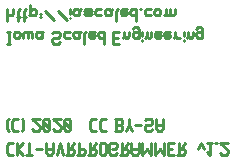
<source format=gbr>
G04 start of page 10 for group -4078 idx -4078 *
G04 Title: (unknown), bottomsilk *
G04 Creator: pcb 20140316 *
G04 CreationDate: Wed 15 Apr 2020 03:13:27 PM GMT UTC *
G04 For: railfan *
G04 Format: Gerber/RS-274X *
G04 PCB-Dimensions (mil): 2000.00 1000.00 *
G04 PCB-Coordinate-Origin: lower left *
%MOIN*%
%FSLAX25Y25*%
%LNBOTTOMSILK*%
%ADD67C,0.0100*%
G54D67*X95000Y43500D02*X96000D01*
X95500D02*Y47500D01*
X95000D02*X96000D01*
X97200Y46000D02*Y47000D01*
Y46000D02*X97700Y45500D01*
X98700D01*
X99200Y46000D01*
Y47000D01*
X98700Y47500D02*X99200Y47000D01*
X97700Y47500D02*X98700D01*
X97200Y47000D02*X97700Y47500D01*
X100400Y45500D02*Y47000D01*
X100900Y47500D01*
X101400D01*
X101900Y47000D01*
Y45500D02*Y47000D01*
X102400Y47500D01*
X102900D01*
X103400Y47000D01*
Y45500D02*Y47000D01*
X106100Y45500D02*X106600Y46000D01*
X105100Y45500D02*X106100D01*
X104600Y46000D02*X105100Y45500D01*
X104600Y46000D02*Y47000D01*
X105100Y47500D01*
X106600Y45500D02*Y47000D01*
X107100Y47500D01*
X105100D02*X106100D01*
X106600Y47000D01*
X112100Y43500D02*X112600Y44000D01*
X110600Y43500D02*X112100D01*
X110100Y44000D02*X110600Y43500D01*
X110100Y44000D02*Y45000D01*
X110600Y45500D01*
X112100D01*
X112600Y46000D01*
Y47000D01*
X112100Y47500D02*X112600Y47000D01*
X110600Y47500D02*X112100D01*
X110100Y47000D02*X110600Y47500D01*
X114300Y45500D02*X115800D01*
X113800Y46000D02*X114300Y45500D01*
X113800Y46000D02*Y47000D01*
X114300Y47500D01*
X115800D01*
X118500Y45500D02*X119000Y46000D01*
X117500Y45500D02*X118500D01*
X117000Y46000D02*X117500Y45500D01*
X117000Y46000D02*Y47000D01*
X117500Y47500D01*
X119000Y45500D02*Y47000D01*
X119500Y47500D01*
X117500D02*X118500D01*
X119000Y47000D01*
X120700Y43500D02*Y47000D01*
X121200Y47500D01*
X122700D02*X124200D01*
X122200Y47000D02*X122700Y47500D01*
X122200Y46000D02*Y47000D01*
Y46000D02*X122700Y45500D01*
X123700D01*
X124200Y46000D01*
X122200Y46500D02*X124200D01*
Y46000D02*Y46500D01*
X127400Y43500D02*Y47500D01*
X126900D02*X127400Y47000D01*
X125900Y47500D02*X126900D01*
X125400Y47000D02*X125900Y47500D01*
X125400Y46000D02*Y47000D01*
Y46000D02*X125900Y45500D01*
X126900D01*
X127400Y46000D01*
X130400Y45300D02*X131900D01*
X130400Y47500D02*X132400D01*
X130400Y43500D02*Y47500D01*
Y43500D02*X132400D01*
X134100Y46000D02*Y47500D01*
Y46000D02*X134600Y45500D01*
X135100D01*
X135600Y46000D01*
Y47500D01*
X133600Y45500D02*X134100Y46000D01*
X138300Y45500D02*X138800Y46000D01*
X137300Y45500D02*X138300D01*
X136800Y46000D02*X137300Y45500D01*
X136800Y46000D02*Y47000D01*
X137300Y47500D01*
X138300D01*
X138800Y47000D01*
X136800Y48500D02*X137300Y49000D01*
X138300D01*
X138800Y48500D01*
Y45500D02*Y48500D01*
X140000Y44500D02*Y44600D01*
Y46000D02*Y47500D01*
X141500Y46000D02*Y47500D01*
Y46000D02*X142000Y45500D01*
X142500D01*
X143000Y46000D01*
Y47500D01*
X141000Y45500D02*X141500Y46000D01*
X144700Y47500D02*X146200D01*
X144200Y47000D02*X144700Y47500D01*
X144200Y46000D02*Y47000D01*
Y46000D02*X144700Y45500D01*
X145700D01*
X146200Y46000D01*
X144200Y46500D02*X146200D01*
Y46000D02*Y46500D01*
X147900Y47500D02*X149400D01*
X147400Y47000D02*X147900Y47500D01*
X147400Y46000D02*Y47000D01*
Y46000D02*X147900Y45500D01*
X148900D01*
X149400Y46000D01*
X147400Y46500D02*X149400D01*
Y46000D02*Y46500D01*
X151100Y46000D02*Y47500D01*
Y46000D02*X151600Y45500D01*
X152600D01*
X150600D02*X151100Y46000D01*
X153800Y44500D02*Y44600D01*
Y46000D02*Y47500D01*
X155300Y46000D02*Y47500D01*
Y46000D02*X155800Y45500D01*
X156300D01*
X156800Y46000D01*
Y47500D01*
X154800Y45500D02*X155300Y46000D01*
X159500Y45500D02*X160000Y46000D01*
X158500Y45500D02*X159500D01*
X158000Y46000D02*X158500Y45500D01*
X158000Y46000D02*Y47000D01*
X158500Y47500D01*
X159500D01*
X160000Y47000D01*
X158000Y48500D02*X158500Y49000D01*
X159500D01*
X160000Y48500D01*
Y45500D02*Y48500D01*
X95700Y10500D02*X97000D01*
X95000Y9800D02*X95700Y10500D01*
X95000Y7200D02*Y9800D01*
Y7200D02*X95700Y6500D01*
X97000D01*
X98200D02*Y10500D01*
Y8500D02*X100200Y6500D01*
X98200Y8500D02*X100200Y10500D01*
X101400Y6500D02*X103400D01*
X102400D02*Y10500D01*
X104600Y8500D02*X106600D01*
X107800Y7500D02*Y10500D01*
Y7500D02*X108500Y6500D01*
X109600D01*
X110300Y7500D01*
Y10500D01*
X107800Y8500D02*X110300D01*
X111500Y6500D02*X112500Y10500D01*
X113500Y6500D01*
X114700D02*X116700D01*
X117200Y7000D01*
Y8000D01*
X116700Y8500D02*X117200Y8000D01*
X115200Y8500D02*X116700D01*
X115200Y6500D02*Y10500D01*
X116000Y8500D02*X117200Y10500D01*
X118900Y6500D02*Y10500D01*
X118400Y6500D02*X120400D01*
X120900Y7000D01*
Y8000D01*
X120400Y8500D02*X120900Y8000D01*
X118900Y8500D02*X120400D01*
X122100Y6500D02*X124100D01*
X124600Y7000D01*
Y8000D01*
X124100Y8500D02*X124600Y8000D01*
X122600Y8500D02*X124100D01*
X122600Y6500D02*Y10500D01*
X123400Y8500D02*X124600Y10500D01*
X125800Y7000D02*Y10000D01*
Y7000D02*X126300Y6500D01*
X127300D01*
X127800Y7000D01*
Y10000D01*
X127300Y10500D02*X127800Y10000D01*
X126300Y10500D02*X127300D01*
X125800Y10000D02*X126300Y10500D01*
X131000Y6500D02*X131500Y7000D01*
X129500Y6500D02*X131000D01*
X129000Y7000D02*X129500Y6500D01*
X129000Y7000D02*Y10000D01*
X129500Y10500D01*
X131000D01*
X131500Y10000D01*
Y9000D02*Y10000D01*
X131000Y8500D02*X131500Y9000D01*
X130000Y8500D02*X131000D01*
X132700Y6500D02*X134700D01*
X135200Y7000D01*
Y8000D01*
X134700Y8500D02*X135200Y8000D01*
X133200Y8500D02*X134700D01*
X133200Y6500D02*Y10500D01*
X134000Y8500D02*X135200Y10500D01*
X136400Y7500D02*Y10500D01*
Y7500D02*X137100Y6500D01*
X138200D01*
X138900Y7500D01*
Y10500D01*
X136400Y8500D02*X138900D01*
X140100Y6500D02*Y10500D01*
Y6500D02*X141600Y8500D01*
X143100Y6500D01*
Y10500D01*
X144300Y6500D02*Y10500D01*
Y6500D02*X145800Y8500D01*
X147300Y6500D01*
Y10500D01*
X148500Y8300D02*X150000D01*
X148500Y10500D02*X150500D01*
X148500Y6500D02*Y10500D01*
Y6500D02*X150500D01*
X151700D02*X153700D01*
X154200Y7000D01*
Y8000D01*
X153700Y8500D02*X154200Y8000D01*
X152200Y8500D02*X153700D01*
X152200Y6500D02*Y10500D01*
X153000Y8500D02*X154200Y10500D01*
X158500Y8500D02*X159500Y10500D01*
X160500Y8500D02*X159500Y10500D01*
X161700Y7300D02*X162500Y6500D01*
Y10500D01*
X161700D02*X163200D01*
X164400D02*X164900D01*
X166100Y7000D02*X166600Y6500D01*
X168100D01*
X168600Y7000D01*
Y8000D01*
X166100Y10500D02*X168600Y8000D01*
X166100Y10500D02*X168600D01*
X95000Y18000D02*X95500Y18500D01*
X95000Y15000D02*X95500Y14500D01*
X95000Y15000D02*Y18000D01*
X97400Y18500D02*X98700D01*
X96700Y17800D02*X97400Y18500D01*
X96700Y15200D02*Y17800D01*
Y15200D02*X97400Y14500D01*
X98700D01*
X99900D02*X100400Y15000D01*
Y18000D01*
X99900Y18500D02*X100400Y18000D01*
X103400Y15000D02*X103900Y14500D01*
X105400D01*
X105900Y15000D01*
Y16000D01*
X103400Y18500D02*X105900Y16000D01*
X103400Y18500D02*X105900D01*
X107100Y18000D02*X107600Y18500D01*
X107100Y15000D02*Y18000D01*
Y15000D02*X107600Y14500D01*
X108600D01*
X109100Y15000D01*
Y18000D01*
X108600Y18500D02*X109100Y18000D01*
X107600Y18500D02*X108600D01*
X107100Y17500D02*X109100Y15500D01*
X110300Y15000D02*X110800Y14500D01*
X112300D01*
X112800Y15000D01*
Y16000D01*
X110300Y18500D02*X112800Y16000D01*
X110300Y18500D02*X112800D01*
X114000Y18000D02*X114500Y18500D01*
X114000Y15000D02*Y18000D01*
Y15000D02*X114500Y14500D01*
X115500D01*
X116000Y15000D01*
Y18000D01*
X115500Y18500D02*X116000Y18000D01*
X114500Y18500D02*X115500D01*
X114000Y17500D02*X116000Y15500D01*
X123300Y18500D02*X124600D01*
X122600Y17800D02*X123300Y18500D01*
X122600Y15200D02*Y17800D01*
Y15200D02*X123300Y14500D01*
X124600D01*
X126500Y18500D02*X127800D01*
X125800Y17800D02*X126500Y18500D01*
X125800Y15200D02*Y17800D01*
Y15200D02*X126500Y14500D01*
X127800D01*
X130800Y18500D02*X132800D01*
X133300Y18000D01*
Y16800D02*Y18000D01*
X132800Y16300D02*X133300Y16800D01*
X131300Y16300D02*X132800D01*
X131300Y14500D02*Y18500D01*
X130800Y14500D02*X132800D01*
X133300Y15000D01*
Y15800D01*
X132800Y16300D02*X133300Y15800D01*
X134500Y14500D02*X135500Y16500D01*
X136500Y14500D01*
X135500Y16500D02*Y18500D01*
X137700Y16500D02*X139700D01*
X142900Y14500D02*X143400Y15000D01*
X141400Y14500D02*X142900D01*
X140900Y15000D02*X141400Y14500D01*
X140900Y15000D02*Y16000D01*
X141400Y16500D01*
X142900D01*
X143400Y17000D01*
Y18000D01*
X142900Y18500D02*X143400Y18000D01*
X141400Y18500D02*X142900D01*
X140900Y18000D02*X141400Y18500D01*
X144600Y15500D02*Y18500D01*
Y15500D02*X145300Y14500D01*
X146400D01*
X147100Y15500D01*
Y18500D01*
X144600Y16500D02*X147100D01*
X95000Y51000D02*Y55000D01*
Y53500D02*X95500Y53000D01*
X96500D01*
X97000Y53500D01*
Y55000D01*
X98700Y51000D02*Y54500D01*
X99200Y55000D01*
X98200Y52500D02*X99200D01*
X100700Y51000D02*Y54500D01*
X101200Y55000D01*
X100200Y52500D02*X101200D01*
X102700Y53500D02*Y56500D01*
X102200Y53000D02*X102700Y53500D01*
X103200Y53000D01*
X104200D01*
X104700Y53500D01*
Y54500D01*
X104200Y55000D02*X104700Y54500D01*
X103200Y55000D02*X104200D01*
X102700Y54500D02*X103200Y55000D01*
X105900Y52500D02*X106400D01*
X105900Y53500D02*X106400D01*
X107600Y54500D02*X110600Y51500D01*
X111800Y54500D02*X114800Y51500D01*
X116000Y52000D02*Y52100D01*
Y53500D02*Y55000D01*
X118500Y53000D02*X119000Y53500D01*
X117500Y53000D02*X118500D01*
X117000Y53500D02*X117500Y53000D01*
X117000Y53500D02*Y54500D01*
X117500Y55000D01*
X119000Y53000D02*Y54500D01*
X119500Y55000D01*
X117500D02*X118500D01*
X119000Y54500D01*
X121200Y55000D02*X122700D01*
X123200Y54500D01*
X122700Y54000D02*X123200Y54500D01*
X121200Y54000D02*X122700D01*
X120700Y53500D02*X121200Y54000D01*
X120700Y53500D02*X121200Y53000D01*
X122700D01*
X123200Y53500D01*
X120700Y54500D02*X121200Y55000D01*
X124900Y53000D02*X126400D01*
X124400Y53500D02*X124900Y53000D01*
X124400Y53500D02*Y54500D01*
X124900Y55000D01*
X126400D01*
X129100Y53000D02*X129600Y53500D01*
X128100Y53000D02*X129100D01*
X127600Y53500D02*X128100Y53000D01*
X127600Y53500D02*Y54500D01*
X128100Y55000D01*
X129600Y53000D02*Y54500D01*
X130100Y55000D01*
X128100D02*X129100D01*
X129600Y54500D01*
X131300Y51000D02*Y54500D01*
X131800Y55000D01*
X133300D02*X134800D01*
X132800Y54500D02*X133300Y55000D01*
X132800Y53500D02*Y54500D01*
Y53500D02*X133300Y53000D01*
X134300D01*
X134800Y53500D01*
X132800Y54000D02*X134800D01*
Y53500D02*Y54000D01*
X138000Y51000D02*Y55000D01*
X137500D02*X138000Y54500D01*
X136500Y55000D02*X137500D01*
X136000Y54500D02*X136500Y55000D01*
X136000Y53500D02*Y54500D01*
Y53500D02*X136500Y53000D01*
X137500D01*
X138000Y53500D01*
X139200Y55000D02*X139700D01*
X141400Y53000D02*X142900D01*
X140900Y53500D02*X141400Y53000D01*
X140900Y53500D02*Y54500D01*
X141400Y55000D01*
X142900D01*
X144100Y53500D02*Y54500D01*
Y53500D02*X144600Y53000D01*
X145600D01*
X146100Y53500D01*
Y54500D01*
X145600Y55000D02*X146100Y54500D01*
X144600Y55000D02*X145600D01*
X144100Y54500D02*X144600Y55000D01*
X147800Y53500D02*Y55000D01*
Y53500D02*X148300Y53000D01*
X148800D01*
X149300Y53500D01*
Y55000D01*
Y53500D02*X149800Y53000D01*
X150300D01*
X150800Y53500D01*
Y55000D01*
X147300Y53000D02*X147800Y53500D01*
M02*

</source>
